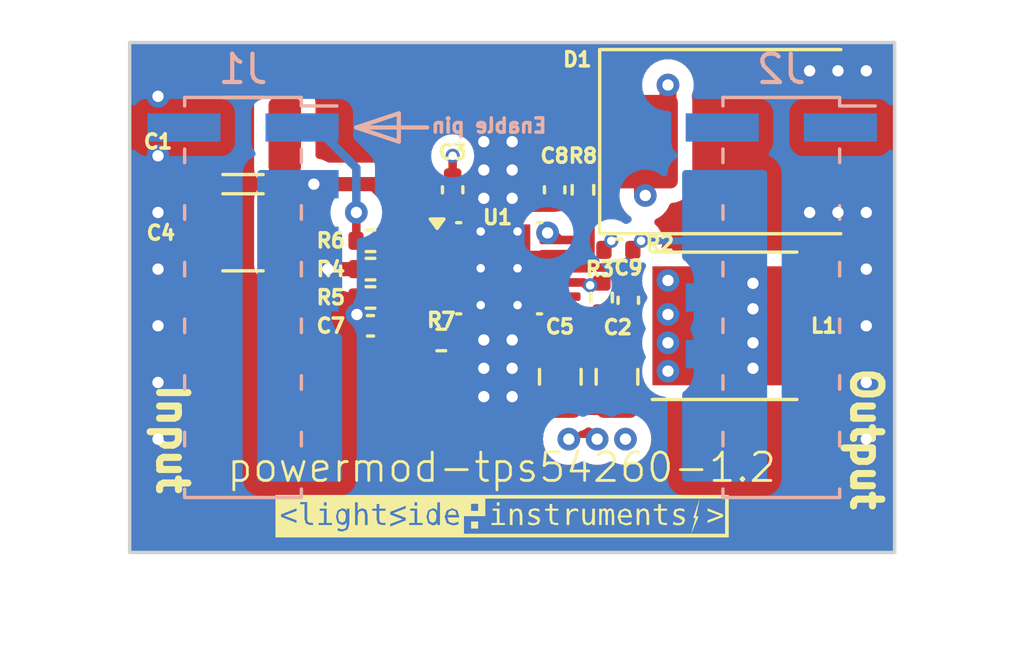
<source format=kicad_pcb>
(kicad_pcb (version 20240108) (generator "pcbnew") (generator_version "8.0")
  (title_block (title "powermod-tps54202-3.0") (company "Lightside Instruments AS"))
  (layers (0 "F.Cu" signal) (1 "In1.Cu" mixed) (2 "In2.Cu" mixed) (31 "B.Cu" signal) (34 "B.Paste" user) (35 "F.Paste" user) (36 "B.SilkS" user "B.Silkscreen") (37 "F.SilkS" user "F.Silkscreen") (38 "B.Mask" user) (39 "F.Mask" user) (44 "Edge.Cuts" user))
  (net 0 "")
  (net 1 "GND")
  (net 2 "+5V")
  (net 3 "SYS_DCIN")
  (net 4 "/SW")
  (net 5 "/BOOT")
  (net 6 "/FB")
  (net 7 "/ENABLE")
  (net 8 "Net-(C8-Pad2)")
  (net 11 "Net-(J1-Pin_1)")
  (net 13 "Net-(U1-SS{slash}TR)")
  (net 14 "Net-(U1-COMP)")
  (net 15 "Net-(U1-RT{slash}CLK)")
  (footprint "spark:lsi-logo-16mm" (layer "F.Cu") (at 29.145771 56.26753)
    (property "Reference" "svg2mod" (hide yes))
    (property "Value" "G***" (hide yes))
    (fp_poly (pts (xy -1.09554 -0.360257) (xy -1.09554 -0.110272) (xy -0.844522 -0.110272) (xy -0.844522 -0.360257) (xy -1.09554 -0.360257)) (fill solid) (layer "F.SilkS"))
    (fp_poly (pts (xy -0.186035 -1.039414) (xy -0.186035 -0.919008) (xy -0.090563 -0.919008) (xy -0.090563 -1.039414) (xy -0.186035 -1.039414)) (fill solid) (layer "F.SilkS"))
    (fp_poly (pts (xy -1.756488 -0.765085) (xy -1.870047 -0.71961) (xy -1.923015 -0.59352) (xy -1.608564 -0.594035) (xy -1.648484 -0.72116) (xy -1.756488 -0.765084) (xy -1.756488 -0.765085)) (fill solid) (layer "F.SilkS"))
    (fp_poly (pts (xy 7.250979 -0.825991) (xy 7.250979 -0.73194) (xy 7.692166 -0.566575) (xy 7.250979 -0.402761) (xy 7.250979 -0.308193) (xy 7.799653 -0.5242) (xy 7.799653 -0.609983) (xy 7.250979 -0.825991)) (fill solid) (layer "F.SilkS"))
    (fp_poly (pts (xy -5.647988 -0.754037) (xy -5.754829 -0.698226) (xy -5.791649 -0.535962) (xy -5.754829 -0.372665) (xy -5.646955 -0.316854) (xy -5.546186 -0.373182) (xy -5.510917 -0.535962) (xy -5.546186 -0.698226) (xy -5.647988 -0.754037)) (fill solid) (layer "F.SilkS"))
    (fp_poly (pts (xy -2.454902 -0.758688) (xy -2.559288 -0.70236) (xy -2.594557 -0.535446) (xy -2.559288 -0.368531) (xy -2.454902 -0.312203) (xy -2.350128 -0.369047) (xy -2.313696 -0.535446) (xy -2.350128 -0.701844) (xy -2.454902 -0.758688)) (fill solid) (layer "F.SilkS"))
    (fp_poly (pts (xy -0.334992 -0.814105) (xy -0.334992 -0.740208) (xy -0.186035 -0.740208) (xy -0.186035 -0.309226) (xy -0.375429 -0.309226) (xy -0.375429 -0.235329) (xy 0.098961 -0.235329) (xy 0.098961 -0.309226) (xy -0.090563 -0.309226) (xy -0.090563 -0.814105) (xy -0.334992 -0.814105)) (fill solid) (layer "F.SilkS"))
    (fp_poly (pts (xy 2.56483 -0.828058) (xy 2.447008 -0.794985) (xy 2.373757 -0.700934) (xy 2.373757 -0.814105) (xy 2.277768 -0.814105) (xy 2.277768 -0.235329) (xy 2.373757 -0.235329) (xy 2.373757 -0.523167) (xy 2.421041 -0.684397) (xy 2.557467 -0.740208) (xy 2.627101 -0.729356) (xy 2.689371 -0.694733) (xy 2.689371 -0.791884) (xy 2.630718 -0.819273) (xy 2.56483 -0.828058)) (fill solid) (layer "F.SilkS"))
    (fp_poly (pts (xy 0.540536 -0.828058) (xy 0.437312 -0.80222) (xy 0.368324 -0.727289) (xy 0.368324 -0.814105) (xy 0.272723 -0.814105) (xy 0.272723 -0.235329) (xy 0.368324 -0.235329) (xy 0.368324 -0.562441) (xy 0.40411 -0.697833) (xy 0.507333 -0.745375) (xy 0.593504 -0.708685) (xy 0.621021 -0.593963) (xy 0.621021 -0.235329) (xy 0.717011 -0.235329) (xy 0.717011 -0.593963) (xy 0.672956 -0.769663) (xy 0.540536 -0.828058)) (fill solid) (layer "F.SilkS"))
    (fp_poly (pts (xy 2.830577 -0.813072) (xy 2.830577 -0.454437) (xy 2.874114 -0.278221) (xy 3.007052 -0.220343) (xy 3.109242 -0.246181) (xy 3.178746 -0.322145) (xy 3.178746 -0.235329) (xy 3.274865 -0.235329) (xy 3.274865 -0.813072) (xy 3.178746 -0.813072) (xy 3.178746 -0.48596) (xy 3.142961 -0.350051) (xy 3.039737 -0.303025) (xy 2.953567 -0.339715) (xy 2.926049 -0.454437) (xy 2.926049 -0.813072) (xy 2.830577 -0.813072)) (fill solid) (layer "F.SilkS"))
    (fp_poly (pts (xy 5.016619 -0.828058) (xy 4.913395 -0.80222) (xy 4.844278 -0.727289) (xy 4.844278 -0.814105) (xy 4.748806 -0.814105) (xy 4.748806 -0.235329) (xy 4.844278 -0.235329) (xy 4.844278 -0.562441) (xy 4.880193 -0.697833) (xy 4.983417 -0.745375) (xy 5.069587 -0.708685) (xy 5.097105 -0.593963) (xy 5.097105 -0.235329) (xy 5.193094 -0.235329) (xy 5.193094 -0.593963) (xy 5.14904 -0.769663) (xy 5.016619 -0.828058)) (fill solid) (layer "F.SilkS"))
    (fp_poly (pts (xy 1.673671 -0.978436) (xy 1.673671 -0.814105) (xy 1.518383 -0.814105) (xy 1.518383 -0.740208) (xy 1.673671 -0.740208) (xy 1.673671 -0.426015) (xy 1.717725 -0.278221) (xy 1.869266 -0.235329) (xy 1.986054 -0.235329) (xy 1.986054 -0.311293) (xy 1.878697 -0.311293) (xy 1.79356 -0.336615) (xy 1.769143 -0.426015) (xy 1.769143 -0.740208) (xy 1.986054 -0.740208) (xy 1.986054 -0.814105) (xy 1.769143 -0.814105) (xy 1.769143 -0.978436) (xy 1.673671 -0.978436)) (fill solid) (layer "F.SilkS"))
    (fp_poly (pts (xy 5.510258 -0.978436) (xy 5.510258 -0.814105) (xy 5.3551 -0.814105) (xy 5.3551 -0.740208) (xy 5.510258 -0.740208) (xy 5.510258 -0.426015) (xy 5.554313 -0.278221) (xy 5.705853 -0.235329) (xy 5.822642 -0.235329) (xy 5.822642 -0.311293) (xy 5.715284 -0.311293) (xy 5.630147 -0.336615) (xy 5.60573 -0.426015) (xy 5.60573 -0.740208) (xy 5.822642 -0.740208) (xy 5.822642 -0.814105) (xy 5.60573 -0.814105) (xy 5.60573 -0.978436) (xy 5.510258 -0.978436)) (fill solid) (layer "F.SilkS"))
    (fp_poly (pts (xy 4.346117 -0.828058) (xy 4.341857 -0.747442) (xy 4.449861 -0.703517) (xy 4.489781 -0.576393) (xy 4.17533 -0.575877) (xy 4.228298 -0.701968) (xy 4.341857 -0.747443) (xy 4.341857 -0.747442) (xy 4.346117 -0.828058) (xy 4.146776 -0.745375) (xy 4.071974 -0.5242) (xy 4.148326 -0.300958) (xy 4.36007 -0.220343) (xy 4.457609 -0.231712) (xy 4.563029 -0.264785) (xy 4.563029 -0.359352) (xy 4.456575 -0.315428) (xy 4.361103 -0.300958) (xy 4.220931 -0.352635) (xy 4.171709 -0.498879) (xy 4.171709 -0.501979) (xy 4.585379 -0.501979) (xy 4.585379 -0.548488) (xy 4.521042 -0.753127) (xy 4.346117 -0.828057) (xy 4.346117 -0.828058)) (fill solid) (layer "F.SilkS"))
    (fp_poly (pts (xy 3.613216 -0.828058) (xy 3.554563 -0.811521) (xy 3.51206 -0.764496) (xy 3.51206 -0.814105) (xy 3.425373 -0.814105) (xy 3.425373 -0.235329) (xy 3.51206 -0.235329) (xy 3.51206 -0.566575) (xy 3.526529 -0.716437) (xy 3.579498 -0.748476) (xy 3.632466 -0.719537) (xy 3.647452 -0.566575) (xy 3.647452 -0.235329) (xy 3.734656 -0.235329) (xy 3.734656 -0.566575) (xy 3.749772 -0.716437) (xy 3.806744 -0.748476) (xy 3.856612 -0.718504) (xy 3.870694 -0.566575) (xy 3.870694 -0.235329) (xy 3.957898 -0.235329) (xy 3.957898 -0.570709) (xy 3.92883 -0.773797) (xy 3.830128 -0.828058) (xy 3.764241 -0.809971) (xy 3.71967 -0.755194) (xy 3.678587 -0.809971) (xy 3.613216 -0.828058)) (fill solid) (layer "F.SilkS"))
    (fp_poly (pts (xy 1.141662 -0.828058) (xy 0.980173 -0.782582) (xy 0.923587 -0.654425) (xy 0.961569 -0.550555) (xy 1.081975 -0.496812) (xy 1.117761 -0.489577) (xy 1.121896 -0.488543) (xy 1.249019 -0.397076) (xy 1.214267 -0.325246) (xy 1.116211 -0.299924) (xy 1.02384 -0.31336) (xy 0.92152 -0.354701) (xy 0.92152 -0.256516) (xy 1.02384 -0.229644) (xy 1.114144 -0.220343) (xy 1.284418 -0.268402) (xy 1.345654 -0.40276) (xy 1.308706 -0.507664) (xy 1.201348 -0.561407) (xy 1.162849 -0.568642) (xy 1.043994 -0.605849) (xy 1.020222 -0.663726) (xy 1.051874 -0.727288) (xy 1.148896 -0.748476) (xy 1.233517 -0.73659) (xy 1.31607 -0.700933) (xy 1.31607 -0.793951) (xy 1.23145 -0.819272) (xy 1.141662 -0.828057) (xy 1.141662 -0.828058)) (fill solid) (layer "F.SilkS"))
    (fp_poly (pts (xy 6.257112 -0.828058) (xy 6.095752 -0.782582) (xy 6.039166 -0.654425) (xy 6.077019 -0.550555) (xy 6.197425 -0.496812) (xy 6.233212 -0.489577) (xy 6.237346 -0.488543) (xy 6.364599 -0.397076) (xy 6.329717 -0.325246) (xy 6.231661 -0.299924) (xy 6.13929 -0.31336) (xy 6.037099 -0.354701) (xy 6.037099 -0.256516) (xy 6.13929 -0.229644) (xy 6.229594 -0.220343) (xy 6.399868 -0.268402) (xy 6.461104 -0.40276) (xy 6.424285 -0.507664) (xy 6.316798 -0.561407) (xy 6.278428 -0.568642) (xy 6.159573 -0.605849) (xy 6.135672 -0.663726) (xy 6.167324 -0.727288) (xy 6.264346 -0.748476) (xy 6.348967 -0.73659) (xy 6.431519 -0.700933) (xy 6.431519 -0.793951) (xy 6.3469 -0.819272) (xy 6.257112 -0.828057) (xy 6.257112 -0.828058)) (fill solid) (layer "F.SilkS"))
    (fp_poly (pts (xy 6.963744 -1.142542) (xy 6.929034 -1.037612) (xy 6.822897 -0.71568) (xy 6.795735 -0.633187) (xy 6.747043 -0.484796) (xy 6.746218 -0.481877) (xy 6.784449 -0.481047) (xy 6.822476 -0.47938) (xy 6.706279 -0.052518) (xy 6.685052 0.025953) (xy 6.671472 0.075953) (xy 6.671772 0.077203) (xy 6.685757 0.045698) (xy 6.715838 -0.024927) (xy 6.748435 -0.101385) (xy 6.780628 -0.176839) (xy 6.8259 -0.282973) (xy 6.871071 -0.388912) (xy 6.903464 -0.464866) (xy 6.927509 -0.521204) (xy 6.935356 -0.539499) (xy 6.891191 -0.539499) (xy 6.847026 -0.539916) (xy 6.849651 -0.553294) (xy 6.862124 -0.615266) (xy 6.881239 -0.709832) (xy 6.899344 -0.799372) (xy 6.926506 -0.933677) (xy 6.953669 -1.067983) (xy 6.968659 -1.142328) (xy 6.974394 -1.172792) (xy 6.963729 -1.142203) (xy 6.963744 -1.142542)) (stroke (width 0.000106)) (fill solid) (layer "F.SilkS"))
    (fp_poly (pts (xy -8.000028 -1.297796) (xy -0.593374 -1.16783) (xy 7.869933 -1.16783) (xy 7.869933 0.072146) (xy -1.346687 0.072146) (xy -1.346687 -0.547842) (xy -0.593374 -0.547842) (xy -0.593374 -1.16783) (xy -8.000028 -1.297796) (xy -7.127472 -1.045099) (xy -6.878908 -1.045099) (xy -6.878908 -0.445135) (xy -6.855524 -0.3485) (xy -6.785503 -0.315944) (xy -6.673882 -0.315944) (xy -6.673882 -0.235329) (xy -6.794805 -0.235329) (xy -6.927742 -0.290106) (xy -6.97438 -0.445135) (xy -6.97438 -0.970685) (xy -7.127472 -0.970685) (xy -7.127472 -1.045099) (xy -8.000028 -1.297796) (xy -6.28928 -1.039414) (xy -6.193808 -1.039414) (xy -6.193808 -0.919008) (xy -6.28928 -0.919008) (xy -6.28928 -1.039414) (xy -8.000028 -1.297796) (xy -5.191027 -1.039414) (xy -5.095554 -1.039414) (xy -5.095554 -0.727289) (xy -5.026566 -0.80222) (xy -4.923213 -0.828058) (xy -4.790922 -0.769663) (xy -4.746738 -0.593963) (xy -4.746738 -0.235329) (xy -4.842727 -0.235329) (xy -4.842727 -0.593963) (xy -4.870245 -0.708685) (xy -4.956416 -0.745375) (xy -5.059768 -0.697833) (xy -5.095554 -0.562441) (xy -5.095554 -0.235329) (xy -5.191027 -0.235329) (xy -5.191027 -1.039414) (xy -8.000028 -1.297796) (xy -3.092059 -1.039414) (xy -2.996587 -1.039414) (xy -2.996587 -0.919008) (xy -3.092059 -0.919008) (xy -3.092059 -1.039414) (xy -8.000028 -1.297796) (xy -2.289137 -1.039414) (xy -2.193664 -1.039414) (xy -2.193664 -0.235329) (xy -2.289137 -0.235329) (xy -2.289137 -0.308193) (xy -2.352957 -0.242564) (xy -2.444424 -0.220343) (xy -2.610435 -0.301475) (xy -2.670638 -0.526267) (xy -2.609918 -0.747442) (xy -2.444424 -0.828058) (xy -2.351923 -0.80532) (xy -2.289137 -0.740208) (xy -2.289137 -1.039414) (xy -8.000028 -1.297796) (xy -0.844522 -0.985283) (xy -0.844522 -0.735299) (xy -1.09554 -0.735299) (xy -1.09554 -0.985283) (xy -0.844522 -0.985283) (xy -8.000028 -1.297796) (xy -4.334102 -0.978436) (xy -4.334102 -0.814105) (xy -4.11719 -0.814105) (xy -4.11719 -0.740208) (xy -4.334102 -0.740208) (xy -4.334102 -0.426015) (xy -4.309685 -0.336615) (xy -4.224677 -0.311293) (xy -4.11719 -0.311293) (xy -4.11719 -0.235329) (xy -4.233979 -0.235329) (xy -4.38552 -0.278221) (xy -4.429574 -0.426015) (xy -4.429574 -0.740208) (xy -4.584862 -0.740208) (xy -4.584862 -0.814105) (xy -4.429574 -0.814105) (xy -4.429574 -0.978436) (xy -4.334102 -0.978436) (xy -8.000028 -1.297796) (xy -3.402764 -0.914745) (xy -3.402764 -0.820694) (xy -3.84253 -0.655846) (xy -3.795246 -0.637243) (xy -3.402764 -0.491515) (xy -3.402764 -0.48273) (xy -3.402764 -0.396947) (xy -3.951438 -0.18094) (xy -3.951438 -0.275507) (xy -3.51038 -0.439322) (xy -3.513351 -0.440484) (xy -3.951438 -0.604686) (xy -3.951438 -0.612955) (xy -3.951438 -0.698737) (xy -3.402764 -0.914745) (xy -8.000028 -1.297796) (xy -7.255758 -0.825991) (xy -7.255758 -0.73194) (xy -7.696817 -0.566575) (xy -7.255758 -0.402761) (xy -7.255758 -0.308193) (xy -7.804304 -0.5242) (xy -7.804304 -0.609983) (xy -7.255758 -0.825991) (xy -8.000028 -1.297796) (xy -8.000028 0.202241) (xy -5.634281 -0.007953) (xy -5.716834 -0.015187) (xy -5.803005 -0.036375) (xy -5.803005 -0.130426) (xy -5.710633 -0.095286) (xy -5.634281 -0.083917) (xy -5.521627 -0.125775) (xy -5.486357 -0.258583) (xy -5.486357 -0.262718) (xy -5.486357 -0.327313) (xy -5.548627 -0.254966) (xy -5.644616 -0.231195) (xy -5.807139 -0.312327) (xy -5.867859 -0.529368) (xy -5.807139 -0.746926) (xy -5.644616 -0.828058) (xy -5.549661 -0.805837) (xy -5.486357 -0.737107) (xy -5.486357 -0.812038) (xy -5.390885 -0.812038) (xy -5.390885 -0.272536) (xy -5.452638 -0.075132) (xy -5.634281 -0.007953) (xy -8.000028 0.202241) (xy -1.743175 -0.220343) (xy -1.954919 -0.300958) (xy -2.031271 -0.5242) (xy -1.956469 -0.745375) (xy -1.757128 -0.828058) (xy -1.582332 -0.753127) (xy -1.517866 -0.548488) (xy -1.517866 -0.501979) (xy -1.931536 -0.501979) (xy -1.931536 -0.498879) (xy -1.882314 -0.352635) (xy -1.742141 -0.300958) (xy -1.646669 -0.315428) (xy -1.540216 -0.359352) (xy -1.540216 -0.264785) (xy -1.645636 -0.231712) (xy -1.743175 -0.220343) (xy -8.000028 0.202241) (xy -6.004284 -0.235329) (xy -6.478674 -0.235329) (xy -6.478674 -0.309226) (xy -6.28928 -0.309226) (xy -6.28928 -0.740208) (xy -6.438237 -0.740208) (xy -6.438237 -0.814105) (xy -6.193808 -0.814105) (xy -6.193808 -0.309226) (xy -6.004284 -0.309226) (xy -6.004284 -0.235329) (xy -8.000028 0.202241) (xy -2.807193 -0.235329) (xy -3.281582 -0.235329) (xy -3.281582 -0.309226) (xy -3.092059 -0.309226) (xy -3.092059 -0.740208) (xy -3.241016 -0.740208) (xy -3.241016 -0.814105) (xy -2.996587 -0.814105) (xy -2.996587 -0.309226) (xy -2.807193 -0.309226) (xy -2.807193 -0.235329) (xy -8.000028 0.202241) (xy 8.000028 0.202241) (xy 8.000028 -1.297796) (xy -8.000028 -1.297796)) (fill solid) (layer "F.SilkS"))
  )
  (footprint "Inductor_SMD:L_Taiyo-Yuden_MD-5050" (layer "F.Cu") (at 37 49)
    (property "Reference" "L1" (at 3.5 0 0) (layer "F.SilkS") (effects (font (size 0.5 0.5) (thickness 0.125))))
    (property "Value" "15uH")
    (fp_line (start -2.55 -2.6) (end 2.55 -2.6) (stroke (width 0.12)) (layer "F.SilkS"))
    (fp_line (start -2.55 2.6) (end 2.55 2.6) (stroke (width 0.12)) (layer "F.SilkS"))
    (pad "1" smd rect (at -1.8 0) (size 1.5 4.2) (layers "F.Cu" "F.Paste" "F.Mask") (net 4 "/SW"))
    (pad "2" smd rect (at 1.8 0) (size 1.5 4.2) (layers "F.Cu" "F.Paste" "F.Mask") (net 2 "+5V"))
  )
  (footprint "Resistor_SMD:R_0402_1005Metric" (layer "F.Cu") (at 32.656494 48 -90)
    (property "Reference" "R3" (at -1 0.056494 0) (layer "F.SilkS") (effects (font (size 0.5 0.5) (thickness 0.125))))
    (property "Value" "11K")
    (fp_line (start -0.153641 0.38) (end 0.153641 0.38) (stroke (width 0.12)) (layer "F.SilkS"))
    (fp_line (start -0.153641 -0.38) (end 0.153641 -0.38) (stroke (width 0.12)) (layer "F.SilkS"))
    (pad "1" smd roundrect (at -0.51 0 270) (size 0.54 0.64) (layers "F.Cu" "F.Paste" "F.Mask") (net 6 "/FB"))
    (pad "2" smd roundrect (at 0.51 0 270) (size 0.54 0.64) (layers "F.Cu" "F.Paste" "F.Mask") (net 1 "GND"))
  )
  (footprint "Capacitor_SMD:C_0402_1005Metric" (layer "F.Cu") (at 31 44.2 90)
    (property "Reference" "C8" (at 1.2 0 180) (layer "F.SilkS") (effects (font (size 0.5 0.5) (thickness 0.125))))
    (property "Value" "51.1nF")
    (fp_line (start -0.107836 -0.36) (end 0.107836 -0.36) (stroke (width 0.12)) (layer "F.SilkS"))
    (fp_line (start -0.107836 0.36) (end 0.107836 0.36) (stroke (width 0.12)) (layer "F.SilkS"))
    (pad "1" smd roundrect (at -0.48 0 90) (size 0.56 0.62) (layers "F.Cu" "F.Paste" "F.Mask") (net 1 "GND"))
    (pad "2" smd roundrect (at 0.48 0 90) (size 0.56 0.62) (layers "F.Cu" "F.Paste" "F.Mask") (net 8 "Net-(C8-Pad2)"))
  )
  (footprint "Package_SO:MSOP-10-1EP_3x3mm_P0.5mm_EP2.2x3.1mm_Mask1.83x1.89mm_ThermalVias" (layer "F.Cu") (at 29.04 46.97)
    (property "Reference" "U1" (at -0.053326 -1.797384 0) (layer "F.SilkS") (effects (font (size 0.5 0.5) (thickness 0.125))))
    (property "Value" "TPS54260DGQ")
    (fp_line (start -1.352982 -1.61) (end -1.5 -1.61) (stroke (width 0.12)) (layer "F.SilkS"))
    (fp_line (start -1.352982 1.61) (end -1.5 1.61) (stroke (width 0.12)) (layer "F.SilkS"))
    (fp_line (start 1.352982 -1.61) (end 1.5 -1.61) (stroke (width 0.12)) (layer "F.SilkS"))
    (fp_line (start 1.352982 1.61) (end 1.5 1.61) (stroke (width 0.12)) (layer "F.SilkS"))
    (fp_poly (pts (xy -2.1875 -1.41) (xy -2.4275 -1.74) (xy -1.9475 -1.74) (xy -2.1875 -1.41)) (stroke (width 0.12)) (fill solid) (layer "F.SilkS"))
    (pad "1" smd roundrect (at -2.15 -1) (size 1.45 0.3) (layers "F.Cu" "F.Paste" "F.Mask") (net 5 "/BOOT"))
    (pad "2" smd roundrect (at -2.15 -0.5) (size 1.45 0.3) (layers "F.Cu" "F.Paste" "F.Mask") (net 3 "SYS_DCIN"))
    (pad "3" smd roundrect (at -2.15 0) (size 1.45 0.3) (layers "F.Cu" "F.Paste" "F.Mask") (net 7 "/ENABLE"))
    (pad "4" smd roundrect (at -2.15 0.5) (size 1.45 0.3) (layers "F.Cu" "F.Paste" "F.Mask") (net 13 "Net-(U1-SS{slash}TR)"))
    (pad "5" smd roundrect (at -2.15 1) (size 1.45 0.3) (layers "F.Cu" "F.Paste" "F.Mask") (net 15 "Net-(U1-RT{slash}CLK)"))
    (pad "6" smd roundrect (at 2.15 1) (size 1.45 0.3) (layers "F.Cu" "F.Paste" "F.Mask"))
    (pad "7" smd roundrect (at 2.15 0.5) (size 1.45 0.3) (layers "F.Cu" "F.Paste" "F.Mask") (net 6 "/FB"))
    (pad "8" smd roundrect (at 2.15 0) (size 1.45 0.3) (layers "F.Cu" "F.Paste" "F.Mask") (net 14 "Net-(U1-COMP)"))
    (pad "9" smd roundrect (at 2.15 -0.5) (size 1.45 0.3) (layers "F.Cu" "F.Paste" "F.Mask") (net 1 "GND"))
    (pad "10" smd roundrect (at 2.15 -1) (size 1.45 0.3) (layers "F.Cu" "F.Paste" "F.Mask") (net 4 "/SW"))
    (pad "11" thru_hole circle (at -0.65 -1.3) (size 0.5 0.5) (drill 0.3) (property pad_prop_heatsink) (layers "*.Cu") (net 1 "GND"))
    (pad "11" thru_hole circle (at -0.65 0) (size 0.5 0.5) (drill 0.3) (property pad_prop_heatsink) (layers "*.Cu") (net 1 "GND"))
    (pad "11" thru_hole circle (at -0.65 1.3) (size 0.5 0.5) (drill 0.3) (property pad_prop_heatsink) (layers "*.Cu") (net 1 "GND"))
    (pad "11" smd rect (at 0 0) (size 1.8 3.1) (property pad_prop_heatsink) (layers "B.Cu") (net 1 "GND"))
    (pad "11" smd rect (at 0 0) (size 2.2 3.1) (property pad_prop_heatsink) (layers "F.Cu") (net 1 "GND"))
    (pad "11" thru_hole circle (at 0.65 -1.3) (size 0.5 0.5) (drill 0.3) (property pad_prop_heatsink) (layers "*.Cu") (net 1 "GND"))
    (pad "11" thru_hole circle (at 0.65 0) (size 0.5 0.5) (drill 0.3) (property pad_prop_heatsink) (layers "*.Cu") (net 1 "GND"))
    (pad "11" thru_hole circle (at 0.65 1.3) (size 0.5 0.5) (drill 0.3) (property pad_prop_heatsink) (layers "*.Cu") (net 1 "GND"))
  )
  (footprint "Capacitor_SMD:C_0805_2012Metric" (layer "F.Cu") (at 31.2 50.8 90)
    (property "Reference" "C5" (at 1.770498 -0.013243 180) (layer "F.SilkS") (effects (font (size 0.5 0.5) (thickness 0.125))))
    (property "Value" "47uF")
    (fp_line (start -0.261252 -0.735) (end 0.261252 -0.735) (stroke (width 0.12)) (layer "F.SilkS"))
    (fp_line (start -0.261252 0.735) (end 0.261252 0.735) (stroke (width 0.12)) (layer "F.SilkS"))
    (pad "1" smd roundrect (at -0.95 0 90) (size 1 1.45) (layers "F.Cu" "F.Paste" "F.Mask") (net 2 "+5V"))
    (pad "2" smd roundrect (at 0.95 0 90) (size 1 1.45) (layers "F.Cu" "F.Paste" "F.Mask") (net 1 "GND"))
  )
  (footprint "Capacitor_SMD:C_0402_1005Metric" (layer "F.Cu") (at 27.4 44.2 -90)
    (property "Reference" "C3" (at -1.331907 0 180) (layer "F.SilkS") (effects (font (size 0.5 0.5) (thickness 0.125))))
    (property "Value" "0.1uF")
    (fp_line (start -0.107836 0.36) (end 0.107836 0.36) (stroke (width 0.12)) (layer "F.SilkS"))
    (fp_line (start -0.107836 -0.36) (end 0.107836 -0.36) (stroke (width 0.12)) (layer "F.SilkS"))
    (pad "1" smd roundrect (at -0.48 0 270) (size 0.56 0.62) (layers "F.Cu" "F.Paste" "F.Mask") (net 4 "/SW"))
    (pad "2" smd roundrect (at 0.48 0 270) (size 0.56 0.62) (layers "F.Cu" "F.Paste" "F.Mask") (net 5 "/BOOT"))
  )
  (footprint "Capacitor_SMD:C_0402_1005Metric" (layer "F.Cu") (at 33.6 48.1 90)
    (property "Reference" "C9" (at 1.148604 0.006555 180) (layer "F.SilkS") (effects (font (size 0.5 0.5) (thickness 0.125))))
    (property "Value" "14pF")
    (fp_line (start -0.107836 -0.36) (end 0.107836 -0.36) (stroke (width 0.12)) (layer "F.SilkS"))
    (fp_line (start -0.107836 0.36) (end 0.107836 0.36) (stroke (width 0.12)) (layer "F.SilkS"))
    (pad "1" smd roundrect (at -0.48 0 90) (size 0.56 0.62) (layers "F.Cu" "F.Paste" "F.Mask") (net 1 "GND"))
    (pad "2" smd roundrect (at 0.48 0 90) (size 0.56 0.62) (layers "F.Cu" "F.Paste" "F.Mask") (net 14 "Net-(U1-COMP)"))
  )
  (footprint "Resistor_SMD:R_0402_1005Metric" (layer "F.Cu") (at 33.25 46.32 180)
    (property "Reference" "R2" (at -1.462373 0.213814 180) (layer "F.SilkS") (effects (font (size 0.5 0.5) (thickness 0.125))))
    (property "Value" "52K")
    (fp_line (start -0.153641 0.38) (end 0.153641 0.38) (stroke (width 0.12)) (layer "F.SilkS"))
    (fp_line (start -0.153641 -0.38) (end 0.153641 -0.38) (stroke (width 0.12)) (layer "F.SilkS"))
    (pad "1" smd roundrect (at -0.51 0 180) (size 0.54 0.64) (layers "F.Cu" "F.Paste" "F.Mask") (net 2 "+5V"))
    (pad "2" smd roundrect (at 0.51 0 180) (size 0.54 0.64) (layers "F.Cu" "F.Paste" "F.Mask") (net 6 "/FB"))
  )
  (footprint "Diode_SMD:D_SMC" (layer "F.Cu") (at 37.5 42.5)
    (property "Reference" "D1" (at -5.7 -2.9 0) (layer "F.SilkS") (effects (font (size 0.5 0.5) (thickness 0.125))))
    (property "Value" "B360")
    (fp_line (start -4.91 -3.25) (end 3.6 -3.25) (stroke (width 0.12)) (layer "F.SilkS"))
    (fp_line (start -4.91 3.25) (end -4.91 -3.25) (stroke (width 0.12)) (layer "F.SilkS"))
    (fp_line (start -4.91 3.25) (end 3.6 3.25) (stroke (width 0.12)) (layer "F.SilkS"))
    (pad "1" smd roundrect (at -3.4 0 90) (size 3.3 2.5) (layers "F.Cu" "F.Paste" "F.Mask") (roundrect_rratio 0.1) (net 4 "/SW"))
    (pad "2" smd roundrect (at 3.4 0 90) (size 3.3 2.5) (layers "F.Cu" "F.Paste" "F.Mask") (roundrect_rratio 0.1) (net 1 "GND"))
  )
  (footprint "Resistor_SMD:R_0402_1005Metric" (layer "F.Cu") (at 24.5 48)
    (property "Reference" "R5" (at -1.4 -0.00061 0) (layer "F.SilkS") (effects (font (size 0.5 0.5) (thickness 0.125))))
    (property "Value" "56.2K")
    (fp_line (start -0.153641 -0.38) (end 0.153641 -0.38) (stroke (width 0.12)) (layer "F.SilkS"))
    (fp_line (start -0.153641 0.38) (end 0.153641 0.38) (stroke (width 0.12)) (layer "F.SilkS"))
    (pad "1" smd roundrect (at -0.51 0) (size 0.54 0.64) (layers "F.Cu" "F.Paste" "F.Mask") (net 1 "GND"))
    (pad "2" smd roundrect (at 0.51 0) (size 0.54 0.64) (layers "F.Cu" "F.Paste" "F.Mask") (net 7 "/ENABLE"))
  )
  (footprint "Resistor_SMD:R_0402_1005Metric" (layer "F.Cu") (at 32 44.2 -90)
    (property "Reference" "R8" (at -1.2 0 0) (layer "F.SilkS") (effects (font (size 0.5 0.5) (thickness 0.125))))
    (property "Value" "9K")
    (fp_line (start -0.153641 0.38) (end 0.153641 0.38) (stroke (width 0.12)) (layer "F.SilkS"))
    (fp_line (start -0.153641 -0.38) (end 0.153641 -0.38) (stroke (width 0.12)) (layer "F.SilkS"))
    (pad "1" smd roundrect (at -0.51 0 270) (size 0.54 0.64) (layers "F.Cu" "F.Paste" "F.Mask") (net 8 "Net-(C8-Pad2)"))
    (pad "2" smd roundrect (at 0.51 0 270) (size 0.54 0.64) (layers "F.Cu" "F.Paste" "F.Mask") (net 14 "Net-(U1-COMP)"))
  )
  (footprint "Resistor_SMD:R_0402_1005Metric" (layer "F.Cu") (at 27 49.5 180)
    (property "Reference" "R7" (at 0 0.7 0) (layer "F.SilkS") (effects (font (size 0.5 0.5) (thickness 0.125))))
    (property "Value" "240K")
    (fp_line (start -0.153641 0.38) (end 0.153641 0.38) (stroke (width 0.12)) (layer "F.SilkS"))
    (fp_line (start -0.153641 -0.38) (end 0.153641 -0.38) (stroke (width 0.12)) (layer "F.SilkS"))
    (pad "1" smd roundrect (at -0.51 0 180) (size 0.54 0.64) (layers "F.Cu" "F.Paste" "F.Mask") (net 1 "GND"))
    (pad "2" smd roundrect (at 0.51 0 180) (size 0.54 0.64) (layers "F.Cu" "F.Paste" "F.Mask") (net 15 "Net-(U1-RT{slash}CLK)"))
  )
  (footprint "Capacitor_SMD:C_0805_2012Metric" (layer "F.Cu") (at 33.2 50.8 90)
    (property "Reference" "C2" (at 1.745487 0.028292 180) (layer "F.SilkS") (effects (font (size 0.5 0.5) (thickness 0.125))))
    (property "Value" "47uF")
    (fp_line (start -0.261252 -0.735) (end 0.261252 -0.735) (stroke (width 0.12)) (layer "F.SilkS"))
    (fp_line (start -0.261252 0.735) (end 0.261252 0.735) (stroke (width 0.12)) (layer "F.SilkS"))
    (pad "1" smd roundrect (at -0.95 0 90) (size 1 1.45) (layers "F.Cu" "F.Paste" "F.Mask") (net 2 "+5V"))
    (pad "2" smd roundrect (at 0.95 0 90) (size 1 1.45) (layers "F.Cu" "F.Paste" "F.Mask") (net 1 "GND"))
  )
  (footprint "Resistor_SMD:R_0402_1005Metric" (layer "F.Cu") (at 24.5 46 180)
    (property "Reference" "R6" (at 1.4 0.007712 0) (layer "F.SilkS") (effects (font (size 0.5 0.5) (thickness 0.125))))
    (property "Value" "0")
    (fp_line (start -0.153641 0.38) (end 0.153641 0.38) (stroke (width 0.12)) (layer "F.SilkS"))
    (fp_line (start -0.153641 -0.38) (end 0.153641 -0.38) (stroke (width 0.12)) (layer "F.SilkS"))
    (pad "1" smd roundrect (at -0.51 0 180) (size 0.54 0.64) (layers "F.Cu" "F.Paste" "F.Mask") (net 7 "/ENABLE"))
    (pad "2" smd roundrect (at 0.51 0 180) (size 0.54 0.64) (layers "F.Cu" "F.Paste" "F.Mask") (net 11 "Net-(J1-Pin_1)"))
  )
  (footprint "Capacitor_SMD:C_0402_1005Metric" (layer "F.Cu") (at 24.5 49)
    (property "Reference" "C7" (at -1.4 0 0) (layer "F.SilkS") (effects (font (size 0.5 0.5) (thickness 0.125))))
    (property "Value" "0.025uF")
    (fp_line (start -0.107836 -0.36) (end 0.107836 -0.36) (stroke (width 0.12)) (layer "F.SilkS"))
    (fp_line (start -0.107836 0.36) (end 0.107836 0.36) (stroke (width 0.12)) (layer "F.SilkS"))
    (pad "1" smd roundrect (at -0.48 0) (size 0.56 0.62) (layers "F.Cu" "F.Paste" "F.Mask") (net 1 "GND"))
    (pad "2" smd roundrect (at 0.48 0) (size 0.56 0.62) (layers "F.Cu" "F.Paste" "F.Mask") (net 13 "Net-(U1-SS{slash}TR)"))
  )
  (footprint "Capacitor_SMD:C_1210_3225Metric" (layer "F.Cu") (at 20 45.7 180)
    (property "Reference" "C4" (at 2.89905 -0.020739 180) (layer "F.SilkS") (effects (font (size 0.5 0.5) (thickness 0.125))))
    (property "Value" "4.7uF")
    (fp_line (start -0.711252 1.36) (end 0.711252 1.36) (stroke (width 0.12)) (layer "F.SilkS"))
    (fp_line (start -0.711252 -1.36) (end 0.711252 -1.36) (stroke (width 0.12)) (layer "F.SilkS"))
    (pad "1" smd roundrect (at -1.475 0 180) (size 1.15 2.7) (layers "F.Cu" "F.Paste" "F.Mask") (roundrect_rratio 0.217391) (net 3 "SYS_DCIN"))
    (pad "2" smd roundrect (at 1.475 0 180) (size 1.15 2.7) (layers "F.Cu" "F.Paste" "F.Mask") (roundrect_rratio 0.217391) (net 1 "GND"))
  )
  (footprint "Capacitor_SMD:C_1210_3225Metric" (layer "F.Cu") (at 20 42.3 180)
    (property "Reference" "C1" (at 3 -0.2 180) (layer "F.SilkS") (effects (font (size 0.5 0.5) (thickness 0.125))))
    (property "Value" "4.7uF")
    (fp_line (start -0.711252 1.36) (end 0.711252 1.36) (stroke (width 0.12)) (layer "F.SilkS"))
    (fp_line (start -0.711252 -1.36) (end 0.711252 -1.36) (stroke (width 0.12)) (layer "F.SilkS"))
    (pad "1" smd roundrect (at -1.475 0 180) (size 1.15 2.7) (layers "F.Cu" "F.Paste" "F.Mask") (roundrect_rratio 0.217391) (net 3 "SYS_DCIN"))
    (pad "2" smd roundrect (at 1.475 0 180) (size 1.15 2.7) (layers "F.Cu" "F.Paste" "F.Mask") (roundrect_rratio 0.217391) (net 1 "GND"))
  )
  (footprint "Resistor_SMD:R_0402_1005Metric" (layer "F.Cu") (at 24.5 47)
    (property "Reference" "R4" (at -1.4 0.002473 0) (layer "F.SilkS") (effects (font (size 0.5 0.5) (thickness 0.125))))
    (property "Value" "332K")
    (fp_line (start -0.153641 -0.38) (end 0.153641 -0.38) (stroke (width 0.12)) (layer "F.SilkS"))
    (fp_line (start -0.153641 0.38) (end 0.153641 0.38) (stroke (width 0.12)) (layer "F.SilkS"))
    (pad "1" smd roundrect (at -0.51 0) (size 0.54 0.64) (layers "F.Cu" "F.Paste" "F.Mask") (net 3 "SYS_DCIN"))
    (pad "2" smd roundrect (at 0.51 0) (size 0.54 0.64) (layers "F.Cu" "F.Paste" "F.Mask") (net 7 "/ENABLE"))
  )
  (footprint "Connector_PinHeader_2.00mm:PinHeader_2x07_P2.00mm_Vertical_SMD" (layer "B.Cu") (at 20 48 180)
    (property "Reference" "J1" (at 0 8.06 0) (layer "B.SilkS") (effects (justify mirror)))
    (property "Value" "Conn_02x07_Odd_Even")
    (fp_line (start 2.06 7.06) (end 2.06 6.76) (stroke (width 0.12)) (layer "B.SilkS"))
    (fp_line (start 2.06 5.24) (end 2.06 4.76) (stroke (width 0.12)) (layer "B.SilkS"))
    (fp_line (start 2.06 3.24) (end 2.06 2.76) (stroke (width 0.12)) (layer "B.SilkS"))
    (fp_line (start 2.06 1.24) (end 2.06 0.76) (stroke (width 0.12)) (layer "B.SilkS"))
    (fp_line (start 2.06 -0.76) (end 2.06 -1.24) (stroke (width 0.12)) (layer "B.SilkS"))
    (fp_line (start 2.06 -2.76) (end 2.06 -3.24) (stroke (width 0.12)) (layer "B.SilkS"))
    (fp_line (start 2.06 -4.76) (end 2.06 -5.24) (stroke (width 0.12)) (layer "B.SilkS"))
    (fp_line (start 2.06 -6.76) (end 2.06 -7.06) (stroke (width 0.12)) (layer "B.SilkS"))
    (fp_line (start -2.06 7.06) (end 2.06 7.06) (stroke (width 0.12)) (layer "B.SilkS"))
    (fp_line (start -2.06 7.06) (end -2.06 6.76) (stroke (width 0.12)) (layer "B.SilkS"))
    (fp_line (start -2.06 5.24) (end -2.06 4.76) (stroke (width 0.12)) (layer "B.SilkS"))
    (fp_line (start -2.06 3.24) (end -2.06 2.76) (stroke (width 0.12)) (layer "B.SilkS"))
    (fp_line (start -2.06 1.24) (end -2.06 0.76) (stroke (width 0.12)) (layer "B.SilkS"))
    (fp_line (start -2.06 -0.76) (end -2.06 -1.24) (stroke (width 0.12)) (layer "B.SilkS"))
    (fp_line (start -2.06 -2.76) (end -2.06 -3.24) (stroke (width 0.12)) (layer "B.SilkS"))
    (fp_line (start -2.06 -4.76) (end -2.06 -5.24) (stroke (width 0.12)) (layer "B.SilkS"))
    (fp_line (start -2.06 -6.76) (end -2.06 -7.06) (stroke (width 0.12)) (layer "B.SilkS"))
    (fp_line (start -2.06 -7.06) (end 2.06 -7.06) (stroke (width 0.12)) (layer "B.SilkS"))
    (fp_line (start -3.315 6.76) (end -2.06 6.76) (stroke (width 0.12)) (layer "B.SilkS"))
    (pad "1" smd rect (at -2.085 6 180) (size 2.58 1) (layers "B.Cu" "B.Paste" "B.Mask") (net 11 "Net-(J1-Pin_1)"))
    (pad "2" smd rect (at 2.085 6 180) (size 2.58 1) (layers "B.Cu" "B.Paste" "B.Mask"))
    (pad "3" smd rect (at -2.085 4 180) (size 2.58 1) (layers "B.Cu" "B.Paste" "B.Mask") (net 3 "SYS_DCIN"))
    (pad "4" smd rect (at 2.085 4 180) (size 2.58 1) (layers "B.Cu" "B.Paste" "B.Mask") (net 1 "GND"))
    (pad "5" smd rect (at -2.085 2 180) (size 2.58 1) (layers "B.Cu" "B.Paste" "B.Mask") (net 3 "SYS_DCIN"))
    (pad "6" smd rect (at 2.085 2 180) (size 2.58 1) (layers "B.Cu" "B.Paste" "B.Mask") (net 1 "GND"))
    (pad "7" smd rect (at -2.085 0 180) (size 2.58 1) (layers "B.Cu" "B.Paste" "B.Mask") (net 3 "SYS_DCIN"))
    (pad "8" smd rect (at 2.085 0 180) (size 2.58 1) (layers "B.Cu" "B.Paste" "B.Mask") (net 1 "GND"))
    (pad "9" smd rect (at -2.085 -2 180) (size 2.58 1) (layers "B.Cu" "B.Paste" "B.Mask") (net 3 "SYS_DCIN"))
    (pad "10" smd rect (at 2.085 -2 180) (size 2.58 1) (layers "B.Cu" "B.Paste" "B.Mask") (net 1 "GND"))
    (pad "11" smd rect (at -2.085 -4 180) (size 2.58 1) (layers "B.Cu" "B.Paste" "B.Mask") (net 3 "SYS_DCIN"))
    (pad "12" smd rect (at 2.085 -4 180) (size 2.58 1) (layers "B.Cu" "B.Paste" "B.Mask") (net 1 "GND"))
    (pad "13" smd rect (at -2.085 -6 180) (size 2.58 1) (layers "B.Cu" "B.Paste" "B.Mask") (net 3 "SYS_DCIN"))
    (pad "14" smd rect (at 2.085 -6 180) (size 2.58 1) (layers "B.Cu" "B.Paste" "B.Mask") (net 1 "GND"))
  )
  (footprint "Connector_PinHeader_2.00mm:PinHeader_2x07_P2.00mm_Vertical_SMD" (layer "B.Cu") (at 39 48 180)
    (property "Reference" "J2" (at 0 8.06 0) (layer "B.SilkS") (effects (justify mirror)))
    (property "Value" "Conn_02x07_Odd_Even")
    (fp_line (start 2.06 7.06) (end 2.06 6.76) (stroke (width 0.12)) (layer "B.SilkS"))
    (fp_line (start 2.06 5.24) (end 2.06 4.76) (stroke (width 0.12)) (layer "B.SilkS"))
    (fp_line (start 2.06 3.24) (end 2.06 2.76) (stroke (width 0.12)) (layer "B.SilkS"))
    (fp_line (start 2.06 1.24) (end 2.06 0.76) (stroke (width 0.12)) (layer "B.SilkS"))
    (fp_line (start 2.06 -0.76) (end 2.06 -1.24) (stroke (width 0.12)) (layer "B.SilkS"))
    (fp_line (start 2.06 -2.76) (end 2.06 -3.24) (stroke (width 0.12)) (layer "B.SilkS"))
    (fp_line (start 2.06 -4.76) (end 2.06 -5.24) (stroke (width 0.12)) (layer "B.SilkS"))
    (fp_line (start 2.06 -6.76) (end 2.06 -7.06) (stroke (width 0.12)) (layer "B.SilkS"))
    (fp_line (start -2.06 7.06) (end 2.06 7.06) (stroke (width 0.12)) (layer "B.SilkS"))
    (fp_line (start -2.06 7.06) (end -2.06 6.76) (stroke (width 0.12)) (layer "B.SilkS"))
    (fp_line (start -2.06 5.24) (end -2.06 4.76) (stroke (width 0.12)) (layer "B.SilkS"))
    (fp_line (start -2.06 3.24) (end -2.06 2.76) (stroke (width 0.12)) (layer "B.SilkS"))
    (fp_line (start -2.06 1.24) (end -2.06 0.76) (stroke (width 0.12)) (layer "B.SilkS"))
    (fp_line (start -2.06 -0.76) (end -2.06 -1.24) (stroke (width 0.12)) (layer "B.SilkS"))
    (fp_line (start -2.06 -2.76) (end -2.06 -3.24) (stroke (width 0.12)) (layer "B.SilkS"))
    (fp_line (start -2.06 -4.76) (end -2.06 -5.24) (stroke (width 0.12)) (layer "B.SilkS"))
    (fp_line (start -2.06 -6.76) (end -2.06 -7.06) (stroke (width 0.12)) (layer "B.SilkS"))
    (fp_line (start -2.06 -7.06) (end 2.06 -7.06) (stroke (width 0.12)) (layer "B.SilkS"))
    (fp_line (start -3.315 6.76) (end -2.06 6.76) (stroke (width 0.12)) (layer "B.SilkS"))
    (pad "1" smd rect (at -2.085 6 180) (size 2.58 1) (layers "B.Cu" "B.Paste" "B.Mask"))
    (pad "2" smd rect (at 2.085 6 180) (size 2.58 1) (layers "B.Cu" "B.Paste" "B.Mask"))
    (pad "3" smd rect (at -2.085 4 180) (size 2.58 1) (layers "B.Cu" "B.Paste" "B.Mask") (net 1 "GND"))
    (pad "4" smd rect (at 2.085 4 180) (size 2.58 1) (layers "B.Cu" "B.Paste" "B.Mask") (net 2 "+5V"))
    (pad "5" smd rect (at -2.085 2 180) (size 2.58 1) (layers "B.Cu" "B.Paste" "B.Mask") (net 1 "GND"))
    (pad "6" smd rect (at 2.085 2 180) (size 2.58 1) (layers "B.Cu" "B.Paste" "B.Mask") (net 2 "+5V"))
    (pad "7" smd rect (at -2.085 0 180) (size 2.58 1) (layers "B.Cu" "B.Paste" "B.Mask") (net 1 "GND"))
    (pad "8" smd rect (at 2.085 0 180) (size 2.58 1) (layers "B.Cu" "B.Paste" "B.Mask") (net 2 "+5V"))
    (pad "9" smd rect (at -2.085 -2 180) (size 2.58 1) (layers "B.Cu" "B.Paste" "B.Mask") (net 1 "GND"))
    (pad "10" smd rect (at 2.085 -2 180) (size 2.58 1) (layers "B.Cu" "B.Paste" "B.Mask") (net 2 "+5V"))
    (pad "11" smd rect (at -2.085 -4 180) (size 2.58 1) (layers "B.Cu" "B.Paste" "B.Mask") (net 1 "GND"))
    (pad "12" smd rect (at 2.085 -4 180) (size 2.58 1) (layers "B.Cu" "B.Paste" "B.Mask") (net 2 "+5V"))
    (pad "13" smd rect (at -2.085 -6 180) (size 2.58 1) (layers "B.Cu" "B.Paste" "B.Mask") (net 1 "GND"))
    (pad "14" smd rect (at 2.085 -6 180) (size 2.58 1) (layers "B.Cu" "B.Paste" "B.Mask") (net 2 "+5V"))
  )
  (gr_line (start 30 46.5) (end 30.5 46.5) (stroke (width 0.3)) (layer "F.Cu") (net 1))
  (gr_line (start 30.5 46.5) (end 31 46.5) (stroke (width 0.3)) (layer "F.Cu") (net 1))
  (gr_line (start 25.5 42) (end 26.5 42) (stroke (width 0.15)) (layer "B.SilkS"))
  (gr_line (start 25.5 41.5) (end 24 42) (stroke (width 0.15)) (layer "B.SilkS"))
  (gr_line (start 25.5 42.5) (end 24 42) (stroke (width 0.15)) (layer "B.SilkS"))
  (gr_line (start 25.5 42) (end 25.5 42.5) (stroke (width 0.15)) (layer "B.SilkS"))
  (gr_line (start 25.5 42) (end 25.5 41.5) (stroke (width 0.15)) (layer "B.SilkS"))
  (gr_line (start 24 42) (end 25.5 42) (stroke (width 0.15)) (layer "B.SilkS"))
  (gr_line (start 16 57) (end 43 57) (stroke (width 0.12)) (layer "Edge.Cuts"))
  (gr_line (start 43 39) (end 16 39) (stroke (width 0.12)) (layer "Edge.Cuts"))
  (gr_line (start 43 57) (end 43 39) (stroke (width 0.12)) (layer "Edge.Cuts"))
  (gr_line (start 16 39) (end 16 57) (stroke (width 0.12)) (layer "Edge.Cuts"))
  (gr_text "Enable pin" (at 30.775883 42.228558 0) (layer "B.SilkS") (effects (font (size 0.5 0.5) (thickness 0.125)) (justify left bottom mirror)))
  (gr_text "Input" (at 17.504511 53 -90) (layer "F.SilkS") (effects (font (size 1 1) (thickness 0.25))))
  (gr_text "powermod-tps54260-1.2" (at 29.129989 54 0) (layer "F.SilkS") (effects (font (size 1 1) (thickness 0.1))))
  (gr_text "Output" (at 42 53 270) (layer "F.SilkS") (effects (font (size 1 1) (thickness 0.25))))
  (segment (start 29.51 49.49) (end 29.5 49.5) (width 0.3) (layer "F.Cu") (net 1))
  (segment (start 31.181971 49.85) (end 33.2 49.85) (width 0.8) (layer "F.Cu") (net 1))
  (segment (start 29.68 44.68) (end 29.5 44.5) (width 0.3) (layer "F.Cu") (net 1))
  (segment (start 23.99 48) (end 24.000366 48) (width 0.3) (layer "F.Cu") (net 1))
  (segment (start 33.62235 48.584595) (end 33.635483 48.571462) (width 0.6) (layer "F.Cu") (net 1))
  (segment (start 33.2 48.584595) (end 32.656494 48.584595) (width 0.6) (layer "F.Cu") (net 1))
  (segment (start 24.02 48.03) (end 23.99 48) (width 0.3) (layer "F.Cu") (net 1))
  (segment (start 27.51 49.5) (end 28.5 49.5) (width 0.6) (layer "F.Cu") (net 1))
  (segment (start 32.294595 49.49) (end 33.2 48.584595) (width 0.6) (layer "F.Cu") (net 1))
  (segment (start 24.02 49) (end 24.02 48.03) (width 0.3) (layer "F.Cu") (net 1))
  (segment (start 32.656494 48.584595) (end 33.62235 48.584595) (width 0.6) (layer "F.Cu") (net 1))
  (segment (start 29.51 49.49) (end 32.294595 49.49) (width 0.6) (layer "F.Cu") (net 1))
  (segment (start 31 44.68) (end 29.68 44.68) (width 0.6) (layer "F.Cu") (net 1))
  (via (at 29.5 42.5) (size 0.8) (drill 0.4) (layers "F.Cu" "B.Cu") (net 1))
  (via (at 17 45) (size 0.8) (drill 0.4) (layers "F.Cu" "B.Cu") (net 1))
  (via (at 41 45) (size 0.8) (drill 0.4) (layers "F.Cu" "B.Cu") (net 1))
  (via (at 29.5 43.5) (size 0.8) (drill 0.4) (layers "F.Cu" "B.Cu") (net 1))
  (via (at 29.5 49.5) (size 0.8) (drill 0.4) (layers "F.Cu" "B.Cu") (net 1))
  (via (at 42 45) (size 0.8) (drill 0.4) (layers "F.Cu" "B.Cu") (net 1))
  (via (at 42 49) (size 0.8) (drill 0.4) (layers "F.Cu" "B.Cu") (net 1))
  (via (at 28.5 44.5) (size 0.8) (drill 0.4) (layers "F.Cu" "B.Cu") (net 1))
  (via (at 24.02 48.6) (size 0.8) (drill 0.4) (layers "F.Cu" "B.Cu") (net 1))
  (via (at 28.5 50.5) (size 0.8) (drill 0.4) (layers "F.Cu" "B.Cu") (net 1))
  (via (at 17 43) (size 0.8) (drill 0.4) (layers "F.Cu" "B.Cu") (net 1))
  (via (at 40 40) (size 0.8) (drill 0.4) (layers "F.Cu" "B.Cu") (net 1))
  (via (at 29.5 51.5) (size 0.8) (drill 0.4) (layers "F.Cu" "B.Cu") (net 1))
  (via (at 17 47) (size 0.8) (drill 0.4) (layers "F.Cu" "B.Cu") (net 1))
  (via (at 28.5 51.5) (size 0.8) (drill 0.4) (layers "F.Cu" "B.Cu") (net 1))
  (via (at 17 49) (size 0.8) (drill 0.4) (layers "F.Cu" "B.Cu") (net 1))
  (via (at 29.5 50.5) (size 0.8) (drill 0.4) (layers "F.Cu" "B.Cu") (net 1))
  (via (at 42 53) (size 0.8) (drill 0.4) (layers "F.Cu" "B.Cu") (net 1))
  (via (at 17 40.899998) (size 0.8) (drill 0.4) (layers "F.Cu" "B.Cu") (net 1))
  (via (at 17 53) (size 0.8) (drill 0.4) (layers "F.Cu" "B.Cu") (net 1))
  (via (at 40 45) (size 0.8) (drill 0.4) (layers "F.Cu" "B.Cu") (net 1))
  (via (at 29.5 44.5) (size 0.8) (drill 0.4) (layers "F.Cu" "B.Cu") (net 1))
  (via (at 28.5 43.5) (size 0.8) (drill 0.4) (layers "F.Cu" "B.Cu") (net 1))
  (via (at 42 40) (size 0.8) (drill 0.4) (layers "F.Cu" "B.Cu") (net 1))
  (via (at 41 40) (size 0.8) (drill 0.4) (layers "F.Cu" "B.Cu") (net 1))
  (via (at 28.5 49.5) (size 0.8) (drill 0.4) (layers "F.Cu" "B.Cu") (net 1))
  (via (at 42 47) (size 0.8) (drill 0.4) (layers "F.Cu" "B.Cu") (net 1))
  (via (at 42 51) (size 0.8) (drill 0.4) (layers "F.Cu" "B.Cu") (net 1))
  (via (at 28.5 42.5) (size 0.8) (drill 0.4) (layers "F.Cu" "B.Cu") (net 1))
  (via (at 17 51) (size 0.8) (drill 0.4) (layers "F.Cu" "B.Cu") (net 1))
  (segment (start 31.331971 51.9) (end 31.181971 51.75) (width 0.5) (layer "F.Cu") (net 2))
  (segment (start 33.767124 46.328938) (end 34.05 46.046062) (width 0.25) (layer "F.Cu") (net 2))
  (segment (start 33.2 51.75) (end 31.181971 51.75) (width 0.8) (layer "F.Cu") (net 2))
  (segment (start 34.05 46.046062) (end 34.05 46) (width 0.25) (layer "F.Cu") (net 2))
  (via (at 38 50.5) (size 0.8) (drill 0.4) (layers "F.Cu" "B.Cu") (net 2))
  (via (at 38 47.5) (size 0.8) (drill 0.4) (layers "F.Cu" "B.Cu") (net 2))
  (via (at 33.5 53) (size 0.8) (drill 0.4) (layers "F.Cu" "B.Cu") (net 2))
  (via (at 32.5 53) (size 0.8) (drill 0.4) (layers "F.Cu" "B.Cu") (net 2))
  (via (at 38 48.4) (size 0.8) (drill 0.4) (layers "F.Cu" "B.Cu") (net 2))
  (via (at 31.5 53) (size 0.8) (drill 0.4) (layers "F.Cu" "B.Cu") (net 2))
  (via (at 34.05 46) (size 0.5) (drill 0.3) (layers "F.Cu" "B.Cu") (net 2))
  (via (at 38 49.6) (size 0.8) (drill 0.4) (layers "F.Cu" "B.Cu") (net 2))
  (segment (start 34.05 46) (end 36.915 46) (width 0.25) (layer "B.Cu") (net 2))
  (segment (start 22.5 44) (end 21.475 44) (width 0.5) (layer "F.Cu") (net 3))
  (segment (start 23.036256 47) (end 23 47) (width 0.5) (layer "F.Cu") (net 3))
  (segment (start 25.99117 46.47) (end 25.765 46.24383) (width 0.3) (layer "F.Cu") (net 3))
  (segment (start 26.89 46.47) (end 25.99117 46.47) (width 0.3) (layer "F.Cu") (net 3))
  (segment (start 23.970366 47) (end 23.99 47) (width 0.3) (layer "F.Cu") (net 3))
  (segment (start 21.475 44) (end 21.475 45) (width 0.8) (layer "F.Cu") (net 3))
  (segment (start 24.631371 44) (end 25.765 45.133629) (width 0.5) (layer "F.Cu") (net 3))
  (segment (start 21.475 41.7) (end 21.475 44) (width 0.8) (layer "F.Cu") (net 3))
  (segment (start 22.5 44) (end 24.631371 44) (width 0.5) (layer "F.Cu") (net 3))
  (segment (start 25.765 45.133629) (end 25.765 46.24383) (width 0.5) (layer "F.Cu") (net 3))
  (segment (start 23 47) (end 23.970366 47) (width 0.5) (layer "F.Cu") (net 3))
  (via (at 23 47) (size 0.8) (drill 0.4) (layers "F.Cu" "B.Cu") (net 3))
  (via (at 22.5 44) (size 0.8) (drill 0.4) (layers "F.Cu" "B.Cu") (net 3))
  (segment (start 30.75 45.720001) (end 30.940001 45.720001) (width 0.3) (layer "F.Cu") (net 4))
  (segment (start 30.940001 45.720001) (end 31.19 45.97) (width 0.3) (layer "F.Cu") (net 4))
  (segment (start 33.5 41.9) (end 34.1 42.5) (width 0.25) (layer "F.Cu") (net 4))
  (segment (start 34.2 44.4) (end 34.1 44.3) (width 0.6) (layer "F.Cu") (net 4))
  (segment (start 33.5 43.1) (end 34.1 42.5) (width 0.25) (layer "F.Cu") (net 4))
  (segment (start 34.1 43.06) (end 34.1 42.5) (width 0.25) (layer "F.Cu") (net 4))
  (segment (start 35 41.6) (end 34.1 42.5) (width 0.6) (layer "F.Cu") (net 4))
  (segment (start 35 40.5) (end 35 41.6) (width 0.6) (layer "F.Cu") (net 4))
  (segment (start 34.1 44.3) (end 34.1 42.5) (width 0.6) (layer "F.Cu") (net 4))
  (segment (start 27.4 43.72) (end 27.4 43) (width 0.3) (layer "F.Cu") (net 4))
  (segment (start 33.35 41.75) (end 34.1 42.5) (width 0.3) (layer "F.Cu") (net 4))
  (via (at 35 40.5) (size 0.8) (drill 0.4) (layers "F.Cu" "B.Cu") (net 4))
  (via (at 35 50.6) (size 0.8) (drill 0.4) (layers "F.Cu" "B.Cu") (net 4))
  (via (at 35 47.4) (size 0.8) (drill 0.4) (layers "F.Cu" "B.Cu") (net 4))
  (via (at 27.4 43) (size 0.5) (drill 0.3) (layers "F.Cu" "B.Cu") (net 4))
  (via (at 35 48.6) (size 0.8) (drill 0.4) (layers "F.Cu" "B.Cu") (net 4))
  (via (at 34.2 44.4) (size 0.8) (drill 0.4) (layers "F.Cu" "B.Cu") (net 4))
  (via (at 30.75 45.720001) (size 0.8) (drill 0.4) (layers "F.Cu" "B.Cu") (net 4))
  (via (at 35 49.6) (size 0.8) (drill 0.4) (layers "F.Cu" "B.Cu") (net 4))
  (segment (start 26.89 45.97) (end 27.436281 45.423719) (width 0.3) (layer "F.Cu") (net 5))
  (segment (start 27.436281 45.423719) (end 27.436281 44.702366) (width 0.3) (layer "F.Cu") (net 5))
  (segment (start 32.118003 47.569883) (end 32.01812 47.47) (width 0.3) (layer "F.Cu") (net 6))
  (segment (start 32.253287 47.569883) (end 32.118003 47.569883) (width 0.3) (layer "F.Cu") (net 6))
  (segment (start 32.01812 47.47) (end 31.19 47.47) (width 0.3) (layer "F.Cu") (net 6))
  (via (at 32.253287 47.569883) (size 0.5) (drill 0.3) (layers "F.Cu" "B.Cu") (net 6))
  (via (at 33 46) (size 0.5) (drill 0.3) (layers "F.Cu" "B.Cu") (net 6))
  (segment (start 25.01 47) (end 25.04 46.97) (width 0.3) (layer "F.Cu") (net 7))
  (segment (start 25.01 46.01) (end 25 46) (width 0.3) (layer "F.Cu") (net 7))
  (segment (start 25.01 47) (end 25.01 46.01) (width 0.3) (layer "F.Cu") (net 7))
  (segment (start 25.01 47) (end 25.01 48) (width 0.3) (layer "F.Cu") (net 7))
  (segment (start 25.000366 47) (end 25.01 47) (width 0.3) (layer "F.Cu") (net 7))
  (segment (start 25.04 46.97) (end 26.89 46.97) (width 0.3) (layer "F.Cu") (net 7))
  (segment (start 31.03 43.69) (end 31 43.72) (width 0.6) (layer "F.Cu") (net 8))
  (segment (start 32 43.69) (end 31.03 43.69) (width 0.6) (layer "F.Cu") (net 8))
  (segment (start 24 45.98) (end 23.98 46) (width 0.3) (layer "F.Cu") (net 11))
  (segment (start 24 45) (end 24 45.98) (width 0.3) (layer "F.Cu") (net 11))
  (via (at 24 45) (size 0.8) (drill 0.4) (layers "F.Cu" "B.Cu") (net 11))
  (segment (start 24 45) (end 24 43.425) (width 0.3) (layer "B.Cu") (net 11))
  (segment (start 24 43.425) (end 22.575 42) (width 0.3) (layer "B.Cu") (net 11))
  (segment (start 26.06188 47.47) (end 25.815 47.71688) (width 0.3) (layer "F.Cu") (net 13))
  (segment (start 25.815 48.204634) (end 25.019634 49) (width 0.3) (layer "F.Cu") (net 13))
  (segment (start 25.815 47.71688) (end 25.815 48.204634) (width 0.3) (layer "F.Cu") (net 13))
  (segment (start 25.019634 49) (end 24.98 49) (width 0.3) (layer "F.Cu") (net 13))
  (segment (start 26.89 47.47) (end 26.06188 47.47) (width 0.3) (layer "F.Cu") (net 13))
  (segment (start 32.241455 46.97) (end 31.19 46.97) (width 0.3) (layer "F.Cu") (net 14))
  (segment (start 33.28 46.97) (end 33.071533 46.97) (width 0.3) (layer "F.Cu") (net 14))
  (segment (start 32.265 44.975) (end 32.265 46.87186) (width 0.3) (layer "F.Cu") (net 14))
  (segment (start 33.071533 46.97) (end 33.046128 46.944595) (width 0.3) (layer "F.Cu") (net 14))
  (segment (start 33.635483 47.325483) (end 33.28 46.97) (width 0.3) (layer "F.Cu") (net 14))
  (segment (start 32.265 46.87186) (end 32.229562 46.907298) (width 0.3) (layer "F.Cu") (net 14))
  (segment (start 32.26686 46.944595) (end 32.241455 46.97) (width 0.3) (layer "F.Cu") (net 14))
  (segment (start 33.046128 46.944595) (end 32.26686 46.944595) (width 0.3) (layer "F.Cu") (net 14))
  (segment (start 32 44.71) (end 32.265 44.975) (width 0.3) (layer "F.Cu") (net 14))
  (segment (start 33.635483 47.611462) (end 33.635483 47.325483) (width 0.3) (layer "F.Cu") (net 14))
  (segment (start 26.49 48.37) (end 26.89 47.97) (width 0.3) (layer "F.Cu") (net 15))
  (segment (start 26.49 49.5) (end 26.49 48.37) (width 0.3) (layer "F.Cu") (net 15))
  (zone (net 1) (net_name "GND") (layer "F.Cu") (connect_pads yes (clearance 0.508)) (min_thickness 0.254) (fill yes (thermal_gap 0.508) (thermal_bridge_width 0.508))
    (polygon (pts (xy 12.5 37.5) (xy 46.5 37.5) (xy 46.5 60.5) (xy 12.5 60.5)))
  )
  (zone (net 2) (net_name "+5V") (layer "F.Cu") (priority 7) (connect_pads (clearance 0.508)) (min_thickness 0.25) (fill yes (thermal_gap 0.5) (thermal_bridge_width 0.5))
    (polygon (pts (xy 30.5 51.5) (xy 33.922404 51.479986) (xy 33.922404 52.959548) (xy 30.480412 52.959548)))
  )
  (zone (net 1) (net_name "GND") (layers "F.Cu" "In1.Cu" "In2.Cu") (name "/SW") (priority 3) (connect_pads yes (clearance 0.508)) (min_thickness 0.254) (fill yes (thermal_gap 0.508) (thermal_bridge_width 0.508) (island_removal_mode 1) (island_area_min 10))
    (polygon (pts (xy 27.925028 42) (xy 27.925028 52) (xy 30.157616 52) (xy 30.147799 42)))
  )
  (zone (net 1) (net_name "GND") (layer "B.Cu") (connect_pads yes (clearance 0.508)) (min_thickness 0.254) (fill yes (thermal_gap 0.508) (thermal_bridge_width 0.508))
    (polygon (pts (xy 12.5 37.5) (xy 46.5 37.5) (xy 46.5 60.5) (xy 12.5 60.5)))
  )
  (zone (net 3) (net_name "SYS_DCIN") (layer "B.Cu") (name "GND") (priority 6) (connect_pads yes (clearance 0.508)) (min_thickness 0.254) (fill yes (thermal_gap 0.508) (thermal_bridge_width 0.508) (island_removal_mode 1) (island_area_min 10))
    (polygon (pts (xy 23.5 43.5) (xy 23.5 54.5) (xy 20.5 54.5) (xy 20.5 43.5)))
  )
  (zone (net 2) (net_name "+5V") (layer "B.Cu") (name "GND") (priority 5) (connect_pads yes (clearance 0.508)) (min_thickness 0.254) (fill yes (thermal_gap 0.508) (thermal_bridge_width 0.508) (island_removal_mode 1) (island_area_min 10))
    (polygon (pts (xy 35.5 54.5) (xy 38.5 54.5) (xy 38.5 43.5) (xy 35.5 43.5)))
  )
)
</source>
